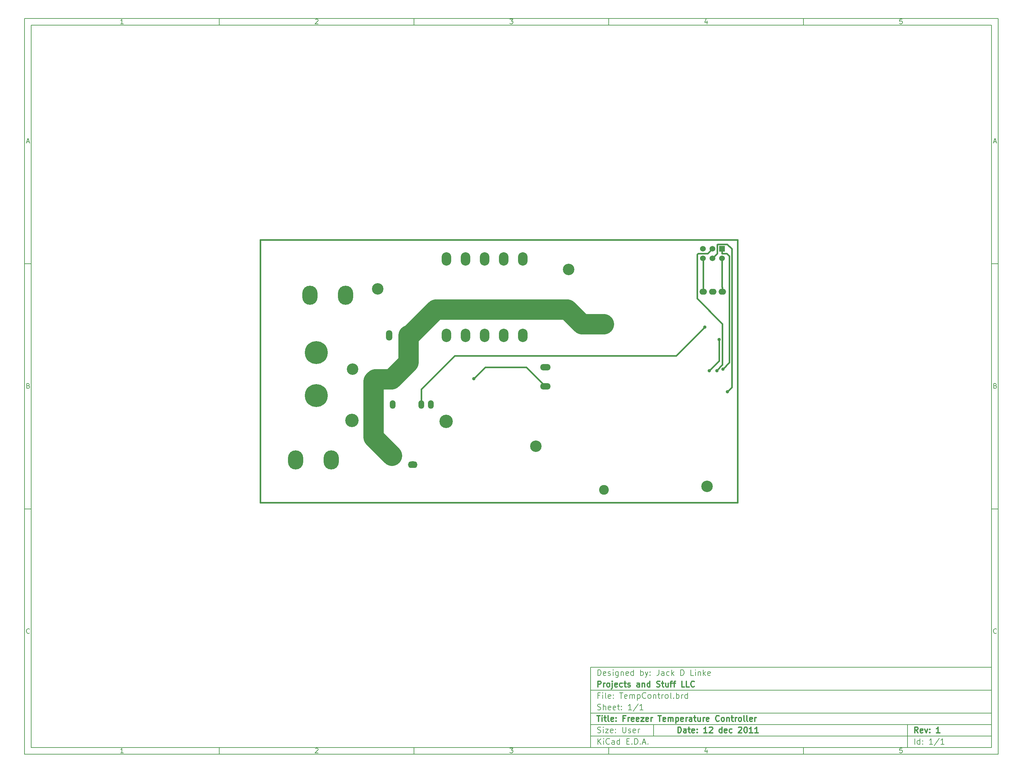
<source format=gbl>
G04 (created by PCBNEW-RS274X (2011-07-08 BZR 3044)-stable) date 12/12/2011 9:59:01 PM*
G01*
G70*
G90*
%MOIN*%
G04 Gerber Fmt 3.4, Leading zero omitted, Abs format*
%FSLAX34Y34*%
G04 APERTURE LIST*
%ADD10C,0.006000*%
%ADD11C,0.012000*%
%ADD12C,0.015000*%
%ADD13R,0.060000X0.060000*%
%ADD14C,0.060000*%
%ADD15C,0.102400*%
%ADD16O,0.100000X0.070000*%
%ADD17O,0.160000X0.200000*%
%ADD18O,0.066900X0.110200*%
%ADD19O,0.110200X0.066900*%
%ADD20C,0.140000*%
%ADD21O,0.060000X0.090000*%
%ADD22O,0.080000X0.060000*%
%ADD23C,0.120000*%
%ADD24O,0.100000X0.140000*%
%ADD25C,0.240000*%
%ADD26C,0.035000*%
%ADD27C,0.016000*%
%ADD28C,0.214600*%
G04 APERTURE END LIST*
G54D10*
X04000Y-04000D02*
X106000Y-04000D01*
X106000Y-81000D01*
X04000Y-81000D01*
X04000Y-04000D01*
X04700Y-04700D02*
X105300Y-04700D01*
X105300Y-80300D01*
X04700Y-80300D01*
X04700Y-04700D01*
X24400Y-04000D02*
X24400Y-04700D01*
X14343Y-04552D02*
X14057Y-04552D01*
X14200Y-04552D02*
X14200Y-04052D01*
X14152Y-04124D01*
X14105Y-04171D01*
X14057Y-04195D01*
X24400Y-81000D02*
X24400Y-80300D01*
X14343Y-80852D02*
X14057Y-80852D01*
X14200Y-80852D02*
X14200Y-80352D01*
X14152Y-80424D01*
X14105Y-80471D01*
X14057Y-80495D01*
X44800Y-04000D02*
X44800Y-04700D01*
X34457Y-04100D02*
X34481Y-04076D01*
X34529Y-04052D01*
X34648Y-04052D01*
X34695Y-04076D01*
X34719Y-04100D01*
X34743Y-04148D01*
X34743Y-04195D01*
X34719Y-04267D01*
X34433Y-04552D01*
X34743Y-04552D01*
X44800Y-81000D02*
X44800Y-80300D01*
X34457Y-80400D02*
X34481Y-80376D01*
X34529Y-80352D01*
X34648Y-80352D01*
X34695Y-80376D01*
X34719Y-80400D01*
X34743Y-80448D01*
X34743Y-80495D01*
X34719Y-80567D01*
X34433Y-80852D01*
X34743Y-80852D01*
X65200Y-04000D02*
X65200Y-04700D01*
X54833Y-04052D02*
X55143Y-04052D01*
X54976Y-04243D01*
X55048Y-04243D01*
X55095Y-04267D01*
X55119Y-04290D01*
X55143Y-04338D01*
X55143Y-04457D01*
X55119Y-04505D01*
X55095Y-04529D01*
X55048Y-04552D01*
X54905Y-04552D01*
X54857Y-04529D01*
X54833Y-04505D01*
X65200Y-81000D02*
X65200Y-80300D01*
X54833Y-80352D02*
X55143Y-80352D01*
X54976Y-80543D01*
X55048Y-80543D01*
X55095Y-80567D01*
X55119Y-80590D01*
X55143Y-80638D01*
X55143Y-80757D01*
X55119Y-80805D01*
X55095Y-80829D01*
X55048Y-80852D01*
X54905Y-80852D01*
X54857Y-80829D01*
X54833Y-80805D01*
X85600Y-04000D02*
X85600Y-04700D01*
X75495Y-04219D02*
X75495Y-04552D01*
X75376Y-04029D02*
X75257Y-04386D01*
X75567Y-04386D01*
X85600Y-81000D02*
X85600Y-80300D01*
X75495Y-80519D02*
X75495Y-80852D01*
X75376Y-80329D02*
X75257Y-80686D01*
X75567Y-80686D01*
X95919Y-04052D02*
X95681Y-04052D01*
X95657Y-04290D01*
X95681Y-04267D01*
X95729Y-04243D01*
X95848Y-04243D01*
X95895Y-04267D01*
X95919Y-04290D01*
X95943Y-04338D01*
X95943Y-04457D01*
X95919Y-04505D01*
X95895Y-04529D01*
X95848Y-04552D01*
X95729Y-04552D01*
X95681Y-04529D01*
X95657Y-04505D01*
X95919Y-80352D02*
X95681Y-80352D01*
X95657Y-80590D01*
X95681Y-80567D01*
X95729Y-80543D01*
X95848Y-80543D01*
X95895Y-80567D01*
X95919Y-80590D01*
X95943Y-80638D01*
X95943Y-80757D01*
X95919Y-80805D01*
X95895Y-80829D01*
X95848Y-80852D01*
X95729Y-80852D01*
X95681Y-80829D01*
X95657Y-80805D01*
X04000Y-29660D02*
X04700Y-29660D01*
X04231Y-16890D02*
X04469Y-16890D01*
X04184Y-17032D02*
X04350Y-16532D01*
X04517Y-17032D01*
X106000Y-29660D02*
X105300Y-29660D01*
X105531Y-16890D02*
X105769Y-16890D01*
X105484Y-17032D02*
X105650Y-16532D01*
X105817Y-17032D01*
X04000Y-55320D02*
X04700Y-55320D01*
X04386Y-42430D02*
X04457Y-42454D01*
X04481Y-42478D01*
X04505Y-42526D01*
X04505Y-42597D01*
X04481Y-42645D01*
X04457Y-42669D01*
X04410Y-42692D01*
X04219Y-42692D01*
X04219Y-42192D01*
X04386Y-42192D01*
X04433Y-42216D01*
X04457Y-42240D01*
X04481Y-42288D01*
X04481Y-42335D01*
X04457Y-42383D01*
X04433Y-42407D01*
X04386Y-42430D01*
X04219Y-42430D01*
X106000Y-55320D02*
X105300Y-55320D01*
X105686Y-42430D02*
X105757Y-42454D01*
X105781Y-42478D01*
X105805Y-42526D01*
X105805Y-42597D01*
X105781Y-42645D01*
X105757Y-42669D01*
X105710Y-42692D01*
X105519Y-42692D01*
X105519Y-42192D01*
X105686Y-42192D01*
X105733Y-42216D01*
X105757Y-42240D01*
X105781Y-42288D01*
X105781Y-42335D01*
X105757Y-42383D01*
X105733Y-42407D01*
X105686Y-42430D01*
X105519Y-42430D01*
X04505Y-68305D02*
X04481Y-68329D01*
X04410Y-68352D01*
X04362Y-68352D01*
X04290Y-68329D01*
X04243Y-68281D01*
X04219Y-68233D01*
X04195Y-68138D01*
X04195Y-68067D01*
X04219Y-67971D01*
X04243Y-67924D01*
X04290Y-67876D01*
X04362Y-67852D01*
X04410Y-67852D01*
X04481Y-67876D01*
X04505Y-67900D01*
X105805Y-68305D02*
X105781Y-68329D01*
X105710Y-68352D01*
X105662Y-68352D01*
X105590Y-68329D01*
X105543Y-68281D01*
X105519Y-68233D01*
X105495Y-68138D01*
X105495Y-68067D01*
X105519Y-67971D01*
X105543Y-67924D01*
X105590Y-67876D01*
X105662Y-67852D01*
X105710Y-67852D01*
X105781Y-67876D01*
X105805Y-67900D01*
G54D11*
X72443Y-78743D02*
X72443Y-78143D01*
X72586Y-78143D01*
X72671Y-78171D01*
X72729Y-78229D01*
X72757Y-78286D01*
X72786Y-78400D01*
X72786Y-78486D01*
X72757Y-78600D01*
X72729Y-78657D01*
X72671Y-78714D01*
X72586Y-78743D01*
X72443Y-78743D01*
X73300Y-78743D02*
X73300Y-78429D01*
X73271Y-78371D01*
X73214Y-78343D01*
X73100Y-78343D01*
X73043Y-78371D01*
X73300Y-78714D02*
X73243Y-78743D01*
X73100Y-78743D01*
X73043Y-78714D01*
X73014Y-78657D01*
X73014Y-78600D01*
X73043Y-78543D01*
X73100Y-78514D01*
X73243Y-78514D01*
X73300Y-78486D01*
X73500Y-78343D02*
X73729Y-78343D01*
X73586Y-78143D02*
X73586Y-78657D01*
X73614Y-78714D01*
X73672Y-78743D01*
X73729Y-78743D01*
X74157Y-78714D02*
X74100Y-78743D01*
X73986Y-78743D01*
X73929Y-78714D01*
X73900Y-78657D01*
X73900Y-78429D01*
X73929Y-78371D01*
X73986Y-78343D01*
X74100Y-78343D01*
X74157Y-78371D01*
X74186Y-78429D01*
X74186Y-78486D01*
X73900Y-78543D01*
X74443Y-78686D02*
X74471Y-78714D01*
X74443Y-78743D01*
X74414Y-78714D01*
X74443Y-78686D01*
X74443Y-78743D01*
X74443Y-78371D02*
X74471Y-78400D01*
X74443Y-78429D01*
X74414Y-78400D01*
X74443Y-78371D01*
X74443Y-78429D01*
X75500Y-78743D02*
X75157Y-78743D01*
X75329Y-78743D02*
X75329Y-78143D01*
X75272Y-78229D01*
X75214Y-78286D01*
X75157Y-78314D01*
X75728Y-78200D02*
X75757Y-78171D01*
X75814Y-78143D01*
X75957Y-78143D01*
X76014Y-78171D01*
X76043Y-78200D01*
X76071Y-78257D01*
X76071Y-78314D01*
X76043Y-78400D01*
X75700Y-78743D01*
X76071Y-78743D01*
X77042Y-78743D02*
X77042Y-78143D01*
X77042Y-78714D02*
X76985Y-78743D01*
X76871Y-78743D01*
X76813Y-78714D01*
X76785Y-78686D01*
X76756Y-78629D01*
X76756Y-78457D01*
X76785Y-78400D01*
X76813Y-78371D01*
X76871Y-78343D01*
X76985Y-78343D01*
X77042Y-78371D01*
X77556Y-78714D02*
X77499Y-78743D01*
X77385Y-78743D01*
X77328Y-78714D01*
X77299Y-78657D01*
X77299Y-78429D01*
X77328Y-78371D01*
X77385Y-78343D01*
X77499Y-78343D01*
X77556Y-78371D01*
X77585Y-78429D01*
X77585Y-78486D01*
X77299Y-78543D01*
X78099Y-78714D02*
X78042Y-78743D01*
X77928Y-78743D01*
X77870Y-78714D01*
X77842Y-78686D01*
X77813Y-78629D01*
X77813Y-78457D01*
X77842Y-78400D01*
X77870Y-78371D01*
X77928Y-78343D01*
X78042Y-78343D01*
X78099Y-78371D01*
X78784Y-78200D02*
X78813Y-78171D01*
X78870Y-78143D01*
X79013Y-78143D01*
X79070Y-78171D01*
X79099Y-78200D01*
X79127Y-78257D01*
X79127Y-78314D01*
X79099Y-78400D01*
X78756Y-78743D01*
X79127Y-78743D01*
X79498Y-78143D02*
X79555Y-78143D01*
X79612Y-78171D01*
X79641Y-78200D01*
X79670Y-78257D01*
X79698Y-78371D01*
X79698Y-78514D01*
X79670Y-78629D01*
X79641Y-78686D01*
X79612Y-78714D01*
X79555Y-78743D01*
X79498Y-78743D01*
X79441Y-78714D01*
X79412Y-78686D01*
X79384Y-78629D01*
X79355Y-78514D01*
X79355Y-78371D01*
X79384Y-78257D01*
X79412Y-78200D01*
X79441Y-78171D01*
X79498Y-78143D01*
X80269Y-78743D02*
X79926Y-78743D01*
X80098Y-78743D02*
X80098Y-78143D01*
X80041Y-78229D01*
X79983Y-78286D01*
X79926Y-78314D01*
X80840Y-78743D02*
X80497Y-78743D01*
X80669Y-78743D02*
X80669Y-78143D01*
X80612Y-78229D01*
X80554Y-78286D01*
X80497Y-78314D01*
G54D10*
X64043Y-79943D02*
X64043Y-79343D01*
X64386Y-79943D02*
X64129Y-79600D01*
X64386Y-79343D02*
X64043Y-79686D01*
X64643Y-79943D02*
X64643Y-79543D01*
X64643Y-79343D02*
X64614Y-79371D01*
X64643Y-79400D01*
X64671Y-79371D01*
X64643Y-79343D01*
X64643Y-79400D01*
X65272Y-79886D02*
X65243Y-79914D01*
X65157Y-79943D01*
X65100Y-79943D01*
X65015Y-79914D01*
X64957Y-79857D01*
X64929Y-79800D01*
X64900Y-79686D01*
X64900Y-79600D01*
X64929Y-79486D01*
X64957Y-79429D01*
X65015Y-79371D01*
X65100Y-79343D01*
X65157Y-79343D01*
X65243Y-79371D01*
X65272Y-79400D01*
X65786Y-79943D02*
X65786Y-79629D01*
X65757Y-79571D01*
X65700Y-79543D01*
X65586Y-79543D01*
X65529Y-79571D01*
X65786Y-79914D02*
X65729Y-79943D01*
X65586Y-79943D01*
X65529Y-79914D01*
X65500Y-79857D01*
X65500Y-79800D01*
X65529Y-79743D01*
X65586Y-79714D01*
X65729Y-79714D01*
X65786Y-79686D01*
X66329Y-79943D02*
X66329Y-79343D01*
X66329Y-79914D02*
X66272Y-79943D01*
X66158Y-79943D01*
X66100Y-79914D01*
X66072Y-79886D01*
X66043Y-79829D01*
X66043Y-79657D01*
X66072Y-79600D01*
X66100Y-79571D01*
X66158Y-79543D01*
X66272Y-79543D01*
X66329Y-79571D01*
X67072Y-79629D02*
X67272Y-79629D01*
X67358Y-79943D02*
X67072Y-79943D01*
X67072Y-79343D01*
X67358Y-79343D01*
X67615Y-79886D02*
X67643Y-79914D01*
X67615Y-79943D01*
X67586Y-79914D01*
X67615Y-79886D01*
X67615Y-79943D01*
X67901Y-79943D02*
X67901Y-79343D01*
X68044Y-79343D01*
X68129Y-79371D01*
X68187Y-79429D01*
X68215Y-79486D01*
X68244Y-79600D01*
X68244Y-79686D01*
X68215Y-79800D01*
X68187Y-79857D01*
X68129Y-79914D01*
X68044Y-79943D01*
X67901Y-79943D01*
X68501Y-79886D02*
X68529Y-79914D01*
X68501Y-79943D01*
X68472Y-79914D01*
X68501Y-79886D01*
X68501Y-79943D01*
X68758Y-79771D02*
X69044Y-79771D01*
X68701Y-79943D02*
X68901Y-79343D01*
X69101Y-79943D01*
X69301Y-79886D02*
X69329Y-79914D01*
X69301Y-79943D01*
X69272Y-79914D01*
X69301Y-79886D01*
X69301Y-79943D01*
G54D11*
X97586Y-78743D02*
X97386Y-78457D01*
X97243Y-78743D02*
X97243Y-78143D01*
X97471Y-78143D01*
X97529Y-78171D01*
X97557Y-78200D01*
X97586Y-78257D01*
X97586Y-78343D01*
X97557Y-78400D01*
X97529Y-78429D01*
X97471Y-78457D01*
X97243Y-78457D01*
X98071Y-78714D02*
X98014Y-78743D01*
X97900Y-78743D01*
X97843Y-78714D01*
X97814Y-78657D01*
X97814Y-78429D01*
X97843Y-78371D01*
X97900Y-78343D01*
X98014Y-78343D01*
X98071Y-78371D01*
X98100Y-78429D01*
X98100Y-78486D01*
X97814Y-78543D01*
X98300Y-78343D02*
X98443Y-78743D01*
X98585Y-78343D01*
X98814Y-78686D02*
X98842Y-78714D01*
X98814Y-78743D01*
X98785Y-78714D01*
X98814Y-78686D01*
X98814Y-78743D01*
X98814Y-78371D02*
X98842Y-78400D01*
X98814Y-78429D01*
X98785Y-78400D01*
X98814Y-78371D01*
X98814Y-78429D01*
X99871Y-78743D02*
X99528Y-78743D01*
X99700Y-78743D02*
X99700Y-78143D01*
X99643Y-78229D01*
X99585Y-78286D01*
X99528Y-78314D01*
G54D10*
X64014Y-78714D02*
X64100Y-78743D01*
X64243Y-78743D01*
X64300Y-78714D01*
X64329Y-78686D01*
X64357Y-78629D01*
X64357Y-78571D01*
X64329Y-78514D01*
X64300Y-78486D01*
X64243Y-78457D01*
X64129Y-78429D01*
X64071Y-78400D01*
X64043Y-78371D01*
X64014Y-78314D01*
X64014Y-78257D01*
X64043Y-78200D01*
X64071Y-78171D01*
X64129Y-78143D01*
X64271Y-78143D01*
X64357Y-78171D01*
X64614Y-78743D02*
X64614Y-78343D01*
X64614Y-78143D02*
X64585Y-78171D01*
X64614Y-78200D01*
X64642Y-78171D01*
X64614Y-78143D01*
X64614Y-78200D01*
X64843Y-78343D02*
X65157Y-78343D01*
X64843Y-78743D01*
X65157Y-78743D01*
X65614Y-78714D02*
X65557Y-78743D01*
X65443Y-78743D01*
X65386Y-78714D01*
X65357Y-78657D01*
X65357Y-78429D01*
X65386Y-78371D01*
X65443Y-78343D01*
X65557Y-78343D01*
X65614Y-78371D01*
X65643Y-78429D01*
X65643Y-78486D01*
X65357Y-78543D01*
X65900Y-78686D02*
X65928Y-78714D01*
X65900Y-78743D01*
X65871Y-78714D01*
X65900Y-78686D01*
X65900Y-78743D01*
X65900Y-78371D02*
X65928Y-78400D01*
X65900Y-78429D01*
X65871Y-78400D01*
X65900Y-78371D01*
X65900Y-78429D01*
X66643Y-78143D02*
X66643Y-78629D01*
X66671Y-78686D01*
X66700Y-78714D01*
X66757Y-78743D01*
X66871Y-78743D01*
X66929Y-78714D01*
X66957Y-78686D01*
X66986Y-78629D01*
X66986Y-78143D01*
X67243Y-78714D02*
X67300Y-78743D01*
X67415Y-78743D01*
X67472Y-78714D01*
X67500Y-78657D01*
X67500Y-78629D01*
X67472Y-78571D01*
X67415Y-78543D01*
X67329Y-78543D01*
X67272Y-78514D01*
X67243Y-78457D01*
X67243Y-78429D01*
X67272Y-78371D01*
X67329Y-78343D01*
X67415Y-78343D01*
X67472Y-78371D01*
X67986Y-78714D02*
X67929Y-78743D01*
X67815Y-78743D01*
X67758Y-78714D01*
X67729Y-78657D01*
X67729Y-78429D01*
X67758Y-78371D01*
X67815Y-78343D01*
X67929Y-78343D01*
X67986Y-78371D01*
X68015Y-78429D01*
X68015Y-78486D01*
X67729Y-78543D01*
X68272Y-78743D02*
X68272Y-78343D01*
X68272Y-78457D02*
X68300Y-78400D01*
X68329Y-78371D01*
X68386Y-78343D01*
X68443Y-78343D01*
X97243Y-79943D02*
X97243Y-79343D01*
X97786Y-79943D02*
X97786Y-79343D01*
X97786Y-79914D02*
X97729Y-79943D01*
X97615Y-79943D01*
X97557Y-79914D01*
X97529Y-79886D01*
X97500Y-79829D01*
X97500Y-79657D01*
X97529Y-79600D01*
X97557Y-79571D01*
X97615Y-79543D01*
X97729Y-79543D01*
X97786Y-79571D01*
X98072Y-79886D02*
X98100Y-79914D01*
X98072Y-79943D01*
X98043Y-79914D01*
X98072Y-79886D01*
X98072Y-79943D01*
X98072Y-79571D02*
X98100Y-79600D01*
X98072Y-79629D01*
X98043Y-79600D01*
X98072Y-79571D01*
X98072Y-79629D01*
X99129Y-79943D02*
X98786Y-79943D01*
X98958Y-79943D02*
X98958Y-79343D01*
X98901Y-79429D01*
X98843Y-79486D01*
X98786Y-79514D01*
X99814Y-79314D02*
X99300Y-80086D01*
X100329Y-79943D02*
X99986Y-79943D01*
X100158Y-79943D02*
X100158Y-79343D01*
X100101Y-79429D01*
X100043Y-79486D01*
X99986Y-79514D01*
G54D11*
X63957Y-76943D02*
X64300Y-76943D01*
X64129Y-77543D02*
X64129Y-76943D01*
X64500Y-77543D02*
X64500Y-77143D01*
X64500Y-76943D02*
X64471Y-76971D01*
X64500Y-77000D01*
X64528Y-76971D01*
X64500Y-76943D01*
X64500Y-77000D01*
X64700Y-77143D02*
X64929Y-77143D01*
X64786Y-76943D02*
X64786Y-77457D01*
X64814Y-77514D01*
X64872Y-77543D01*
X64929Y-77543D01*
X65215Y-77543D02*
X65157Y-77514D01*
X65129Y-77457D01*
X65129Y-76943D01*
X65671Y-77514D02*
X65614Y-77543D01*
X65500Y-77543D01*
X65443Y-77514D01*
X65414Y-77457D01*
X65414Y-77229D01*
X65443Y-77171D01*
X65500Y-77143D01*
X65614Y-77143D01*
X65671Y-77171D01*
X65700Y-77229D01*
X65700Y-77286D01*
X65414Y-77343D01*
X65957Y-77486D02*
X65985Y-77514D01*
X65957Y-77543D01*
X65928Y-77514D01*
X65957Y-77486D01*
X65957Y-77543D01*
X65957Y-77171D02*
X65985Y-77200D01*
X65957Y-77229D01*
X65928Y-77200D01*
X65957Y-77171D01*
X65957Y-77229D01*
X66900Y-77229D02*
X66700Y-77229D01*
X66700Y-77543D02*
X66700Y-76943D01*
X66986Y-76943D01*
X67214Y-77543D02*
X67214Y-77143D01*
X67214Y-77257D02*
X67242Y-77200D01*
X67271Y-77171D01*
X67328Y-77143D01*
X67385Y-77143D01*
X67813Y-77514D02*
X67756Y-77543D01*
X67642Y-77543D01*
X67585Y-77514D01*
X67556Y-77457D01*
X67556Y-77229D01*
X67585Y-77171D01*
X67642Y-77143D01*
X67756Y-77143D01*
X67813Y-77171D01*
X67842Y-77229D01*
X67842Y-77286D01*
X67556Y-77343D01*
X68327Y-77514D02*
X68270Y-77543D01*
X68156Y-77543D01*
X68099Y-77514D01*
X68070Y-77457D01*
X68070Y-77229D01*
X68099Y-77171D01*
X68156Y-77143D01*
X68270Y-77143D01*
X68327Y-77171D01*
X68356Y-77229D01*
X68356Y-77286D01*
X68070Y-77343D01*
X68556Y-77143D02*
X68870Y-77143D01*
X68556Y-77543D01*
X68870Y-77543D01*
X69327Y-77514D02*
X69270Y-77543D01*
X69156Y-77543D01*
X69099Y-77514D01*
X69070Y-77457D01*
X69070Y-77229D01*
X69099Y-77171D01*
X69156Y-77143D01*
X69270Y-77143D01*
X69327Y-77171D01*
X69356Y-77229D01*
X69356Y-77286D01*
X69070Y-77343D01*
X69613Y-77543D02*
X69613Y-77143D01*
X69613Y-77257D02*
X69641Y-77200D01*
X69670Y-77171D01*
X69727Y-77143D01*
X69784Y-77143D01*
X70355Y-76943D02*
X70698Y-76943D01*
X70527Y-77543D02*
X70527Y-76943D01*
X71126Y-77514D02*
X71069Y-77543D01*
X70955Y-77543D01*
X70898Y-77514D01*
X70869Y-77457D01*
X70869Y-77229D01*
X70898Y-77171D01*
X70955Y-77143D01*
X71069Y-77143D01*
X71126Y-77171D01*
X71155Y-77229D01*
X71155Y-77286D01*
X70869Y-77343D01*
X71412Y-77543D02*
X71412Y-77143D01*
X71412Y-77200D02*
X71440Y-77171D01*
X71498Y-77143D01*
X71583Y-77143D01*
X71640Y-77171D01*
X71669Y-77229D01*
X71669Y-77543D01*
X71669Y-77229D02*
X71698Y-77171D01*
X71755Y-77143D01*
X71840Y-77143D01*
X71898Y-77171D01*
X71926Y-77229D01*
X71926Y-77543D01*
X72212Y-77143D02*
X72212Y-77743D01*
X72212Y-77171D02*
X72269Y-77143D01*
X72383Y-77143D01*
X72440Y-77171D01*
X72469Y-77200D01*
X72498Y-77257D01*
X72498Y-77429D01*
X72469Y-77486D01*
X72440Y-77514D01*
X72383Y-77543D01*
X72269Y-77543D01*
X72212Y-77514D01*
X72983Y-77514D02*
X72926Y-77543D01*
X72812Y-77543D01*
X72755Y-77514D01*
X72726Y-77457D01*
X72726Y-77229D01*
X72755Y-77171D01*
X72812Y-77143D01*
X72926Y-77143D01*
X72983Y-77171D01*
X73012Y-77229D01*
X73012Y-77286D01*
X72726Y-77343D01*
X73269Y-77543D02*
X73269Y-77143D01*
X73269Y-77257D02*
X73297Y-77200D01*
X73326Y-77171D01*
X73383Y-77143D01*
X73440Y-77143D01*
X73897Y-77543D02*
X73897Y-77229D01*
X73868Y-77171D01*
X73811Y-77143D01*
X73697Y-77143D01*
X73640Y-77171D01*
X73897Y-77514D02*
X73840Y-77543D01*
X73697Y-77543D01*
X73640Y-77514D01*
X73611Y-77457D01*
X73611Y-77400D01*
X73640Y-77343D01*
X73697Y-77314D01*
X73840Y-77314D01*
X73897Y-77286D01*
X74097Y-77143D02*
X74326Y-77143D01*
X74183Y-76943D02*
X74183Y-77457D01*
X74211Y-77514D01*
X74269Y-77543D01*
X74326Y-77543D01*
X74783Y-77143D02*
X74783Y-77543D01*
X74526Y-77143D02*
X74526Y-77457D01*
X74554Y-77514D01*
X74612Y-77543D01*
X74697Y-77543D01*
X74754Y-77514D01*
X74783Y-77486D01*
X75069Y-77543D02*
X75069Y-77143D01*
X75069Y-77257D02*
X75097Y-77200D01*
X75126Y-77171D01*
X75183Y-77143D01*
X75240Y-77143D01*
X75668Y-77514D02*
X75611Y-77543D01*
X75497Y-77543D01*
X75440Y-77514D01*
X75411Y-77457D01*
X75411Y-77229D01*
X75440Y-77171D01*
X75497Y-77143D01*
X75611Y-77143D01*
X75668Y-77171D01*
X75697Y-77229D01*
X75697Y-77286D01*
X75411Y-77343D01*
X76754Y-77486D02*
X76725Y-77514D01*
X76639Y-77543D01*
X76582Y-77543D01*
X76497Y-77514D01*
X76439Y-77457D01*
X76411Y-77400D01*
X76382Y-77286D01*
X76382Y-77200D01*
X76411Y-77086D01*
X76439Y-77029D01*
X76497Y-76971D01*
X76582Y-76943D01*
X76639Y-76943D01*
X76725Y-76971D01*
X76754Y-77000D01*
X77097Y-77543D02*
X77039Y-77514D01*
X77011Y-77486D01*
X76982Y-77429D01*
X76982Y-77257D01*
X77011Y-77200D01*
X77039Y-77171D01*
X77097Y-77143D01*
X77182Y-77143D01*
X77239Y-77171D01*
X77268Y-77200D01*
X77297Y-77257D01*
X77297Y-77429D01*
X77268Y-77486D01*
X77239Y-77514D01*
X77182Y-77543D01*
X77097Y-77543D01*
X77554Y-77143D02*
X77554Y-77543D01*
X77554Y-77200D02*
X77582Y-77171D01*
X77640Y-77143D01*
X77725Y-77143D01*
X77782Y-77171D01*
X77811Y-77229D01*
X77811Y-77543D01*
X78011Y-77143D02*
X78240Y-77143D01*
X78097Y-76943D02*
X78097Y-77457D01*
X78125Y-77514D01*
X78183Y-77543D01*
X78240Y-77543D01*
X78440Y-77543D02*
X78440Y-77143D01*
X78440Y-77257D02*
X78468Y-77200D01*
X78497Y-77171D01*
X78554Y-77143D01*
X78611Y-77143D01*
X78897Y-77543D02*
X78839Y-77514D01*
X78811Y-77486D01*
X78782Y-77429D01*
X78782Y-77257D01*
X78811Y-77200D01*
X78839Y-77171D01*
X78897Y-77143D01*
X78982Y-77143D01*
X79039Y-77171D01*
X79068Y-77200D01*
X79097Y-77257D01*
X79097Y-77429D01*
X79068Y-77486D01*
X79039Y-77514D01*
X78982Y-77543D01*
X78897Y-77543D01*
X79440Y-77543D02*
X79382Y-77514D01*
X79354Y-77457D01*
X79354Y-76943D01*
X79754Y-77543D02*
X79696Y-77514D01*
X79668Y-77457D01*
X79668Y-76943D01*
X80210Y-77514D02*
X80153Y-77543D01*
X80039Y-77543D01*
X79982Y-77514D01*
X79953Y-77457D01*
X79953Y-77229D01*
X79982Y-77171D01*
X80039Y-77143D01*
X80153Y-77143D01*
X80210Y-77171D01*
X80239Y-77229D01*
X80239Y-77286D01*
X79953Y-77343D01*
X80496Y-77543D02*
X80496Y-77143D01*
X80496Y-77257D02*
X80524Y-77200D01*
X80553Y-77171D01*
X80610Y-77143D01*
X80667Y-77143D01*
G54D10*
X64243Y-74829D02*
X64043Y-74829D01*
X64043Y-75143D02*
X64043Y-74543D01*
X64329Y-74543D01*
X64557Y-75143D02*
X64557Y-74743D01*
X64557Y-74543D02*
X64528Y-74571D01*
X64557Y-74600D01*
X64585Y-74571D01*
X64557Y-74543D01*
X64557Y-74600D01*
X64929Y-75143D02*
X64871Y-75114D01*
X64843Y-75057D01*
X64843Y-74543D01*
X65385Y-75114D02*
X65328Y-75143D01*
X65214Y-75143D01*
X65157Y-75114D01*
X65128Y-75057D01*
X65128Y-74829D01*
X65157Y-74771D01*
X65214Y-74743D01*
X65328Y-74743D01*
X65385Y-74771D01*
X65414Y-74829D01*
X65414Y-74886D01*
X65128Y-74943D01*
X65671Y-75086D02*
X65699Y-75114D01*
X65671Y-75143D01*
X65642Y-75114D01*
X65671Y-75086D01*
X65671Y-75143D01*
X65671Y-74771D02*
X65699Y-74800D01*
X65671Y-74829D01*
X65642Y-74800D01*
X65671Y-74771D01*
X65671Y-74829D01*
X66328Y-74543D02*
X66671Y-74543D01*
X66500Y-75143D02*
X66500Y-74543D01*
X67099Y-75114D02*
X67042Y-75143D01*
X66928Y-75143D01*
X66871Y-75114D01*
X66842Y-75057D01*
X66842Y-74829D01*
X66871Y-74771D01*
X66928Y-74743D01*
X67042Y-74743D01*
X67099Y-74771D01*
X67128Y-74829D01*
X67128Y-74886D01*
X66842Y-74943D01*
X67385Y-75143D02*
X67385Y-74743D01*
X67385Y-74800D02*
X67413Y-74771D01*
X67471Y-74743D01*
X67556Y-74743D01*
X67613Y-74771D01*
X67642Y-74829D01*
X67642Y-75143D01*
X67642Y-74829D02*
X67671Y-74771D01*
X67728Y-74743D01*
X67813Y-74743D01*
X67871Y-74771D01*
X67899Y-74829D01*
X67899Y-75143D01*
X68185Y-74743D02*
X68185Y-75343D01*
X68185Y-74771D02*
X68242Y-74743D01*
X68356Y-74743D01*
X68413Y-74771D01*
X68442Y-74800D01*
X68471Y-74857D01*
X68471Y-75029D01*
X68442Y-75086D01*
X68413Y-75114D01*
X68356Y-75143D01*
X68242Y-75143D01*
X68185Y-75114D01*
X69071Y-75086D02*
X69042Y-75114D01*
X68956Y-75143D01*
X68899Y-75143D01*
X68814Y-75114D01*
X68756Y-75057D01*
X68728Y-75000D01*
X68699Y-74886D01*
X68699Y-74800D01*
X68728Y-74686D01*
X68756Y-74629D01*
X68814Y-74571D01*
X68899Y-74543D01*
X68956Y-74543D01*
X69042Y-74571D01*
X69071Y-74600D01*
X69414Y-75143D02*
X69356Y-75114D01*
X69328Y-75086D01*
X69299Y-75029D01*
X69299Y-74857D01*
X69328Y-74800D01*
X69356Y-74771D01*
X69414Y-74743D01*
X69499Y-74743D01*
X69556Y-74771D01*
X69585Y-74800D01*
X69614Y-74857D01*
X69614Y-75029D01*
X69585Y-75086D01*
X69556Y-75114D01*
X69499Y-75143D01*
X69414Y-75143D01*
X69871Y-74743D02*
X69871Y-75143D01*
X69871Y-74800D02*
X69899Y-74771D01*
X69957Y-74743D01*
X70042Y-74743D01*
X70099Y-74771D01*
X70128Y-74829D01*
X70128Y-75143D01*
X70328Y-74743D02*
X70557Y-74743D01*
X70414Y-74543D02*
X70414Y-75057D01*
X70442Y-75114D01*
X70500Y-75143D01*
X70557Y-75143D01*
X70757Y-75143D02*
X70757Y-74743D01*
X70757Y-74857D02*
X70785Y-74800D01*
X70814Y-74771D01*
X70871Y-74743D01*
X70928Y-74743D01*
X71214Y-75143D02*
X71156Y-75114D01*
X71128Y-75086D01*
X71099Y-75029D01*
X71099Y-74857D01*
X71128Y-74800D01*
X71156Y-74771D01*
X71214Y-74743D01*
X71299Y-74743D01*
X71356Y-74771D01*
X71385Y-74800D01*
X71414Y-74857D01*
X71414Y-75029D01*
X71385Y-75086D01*
X71356Y-75114D01*
X71299Y-75143D01*
X71214Y-75143D01*
X71757Y-75143D02*
X71699Y-75114D01*
X71671Y-75057D01*
X71671Y-74543D01*
X71985Y-75086D02*
X72013Y-75114D01*
X71985Y-75143D01*
X71956Y-75114D01*
X71985Y-75086D01*
X71985Y-75143D01*
X72271Y-75143D02*
X72271Y-74543D01*
X72271Y-74771D02*
X72328Y-74743D01*
X72442Y-74743D01*
X72499Y-74771D01*
X72528Y-74800D01*
X72557Y-74857D01*
X72557Y-75029D01*
X72528Y-75086D01*
X72499Y-75114D01*
X72442Y-75143D01*
X72328Y-75143D01*
X72271Y-75114D01*
X72814Y-75143D02*
X72814Y-74743D01*
X72814Y-74857D02*
X72842Y-74800D01*
X72871Y-74771D01*
X72928Y-74743D01*
X72985Y-74743D01*
X73442Y-75143D02*
X73442Y-74543D01*
X73442Y-75114D02*
X73385Y-75143D01*
X73271Y-75143D01*
X73213Y-75114D01*
X73185Y-75086D01*
X73156Y-75029D01*
X73156Y-74857D01*
X73185Y-74800D01*
X73213Y-74771D01*
X73271Y-74743D01*
X73385Y-74743D01*
X73442Y-74771D01*
X64014Y-76314D02*
X64100Y-76343D01*
X64243Y-76343D01*
X64300Y-76314D01*
X64329Y-76286D01*
X64357Y-76229D01*
X64357Y-76171D01*
X64329Y-76114D01*
X64300Y-76086D01*
X64243Y-76057D01*
X64129Y-76029D01*
X64071Y-76000D01*
X64043Y-75971D01*
X64014Y-75914D01*
X64014Y-75857D01*
X64043Y-75800D01*
X64071Y-75771D01*
X64129Y-75743D01*
X64271Y-75743D01*
X64357Y-75771D01*
X64614Y-76343D02*
X64614Y-75743D01*
X64871Y-76343D02*
X64871Y-76029D01*
X64842Y-75971D01*
X64785Y-75943D01*
X64700Y-75943D01*
X64642Y-75971D01*
X64614Y-76000D01*
X65385Y-76314D02*
X65328Y-76343D01*
X65214Y-76343D01*
X65157Y-76314D01*
X65128Y-76257D01*
X65128Y-76029D01*
X65157Y-75971D01*
X65214Y-75943D01*
X65328Y-75943D01*
X65385Y-75971D01*
X65414Y-76029D01*
X65414Y-76086D01*
X65128Y-76143D01*
X65899Y-76314D02*
X65842Y-76343D01*
X65728Y-76343D01*
X65671Y-76314D01*
X65642Y-76257D01*
X65642Y-76029D01*
X65671Y-75971D01*
X65728Y-75943D01*
X65842Y-75943D01*
X65899Y-75971D01*
X65928Y-76029D01*
X65928Y-76086D01*
X65642Y-76143D01*
X66099Y-75943D02*
X66328Y-75943D01*
X66185Y-75743D02*
X66185Y-76257D01*
X66213Y-76314D01*
X66271Y-76343D01*
X66328Y-76343D01*
X66528Y-76286D02*
X66556Y-76314D01*
X66528Y-76343D01*
X66499Y-76314D01*
X66528Y-76286D01*
X66528Y-76343D01*
X66528Y-75971D02*
X66556Y-76000D01*
X66528Y-76029D01*
X66499Y-76000D01*
X66528Y-75971D01*
X66528Y-76029D01*
X67585Y-76343D02*
X67242Y-76343D01*
X67414Y-76343D02*
X67414Y-75743D01*
X67357Y-75829D01*
X67299Y-75886D01*
X67242Y-75914D01*
X68270Y-75714D02*
X67756Y-76486D01*
X68785Y-76343D02*
X68442Y-76343D01*
X68614Y-76343D02*
X68614Y-75743D01*
X68557Y-75829D01*
X68499Y-75886D01*
X68442Y-75914D01*
G54D11*
X64043Y-73943D02*
X64043Y-73343D01*
X64271Y-73343D01*
X64329Y-73371D01*
X64357Y-73400D01*
X64386Y-73457D01*
X64386Y-73543D01*
X64357Y-73600D01*
X64329Y-73629D01*
X64271Y-73657D01*
X64043Y-73657D01*
X64643Y-73943D02*
X64643Y-73543D01*
X64643Y-73657D02*
X64671Y-73600D01*
X64700Y-73571D01*
X64757Y-73543D01*
X64814Y-73543D01*
X65100Y-73943D02*
X65042Y-73914D01*
X65014Y-73886D01*
X64985Y-73829D01*
X64985Y-73657D01*
X65014Y-73600D01*
X65042Y-73571D01*
X65100Y-73543D01*
X65185Y-73543D01*
X65242Y-73571D01*
X65271Y-73600D01*
X65300Y-73657D01*
X65300Y-73829D01*
X65271Y-73886D01*
X65242Y-73914D01*
X65185Y-73943D01*
X65100Y-73943D01*
X65557Y-73543D02*
X65557Y-74057D01*
X65528Y-74114D01*
X65471Y-74143D01*
X65443Y-74143D01*
X65557Y-73343D02*
X65528Y-73371D01*
X65557Y-73400D01*
X65585Y-73371D01*
X65557Y-73343D01*
X65557Y-73400D01*
X66071Y-73914D02*
X66014Y-73943D01*
X65900Y-73943D01*
X65843Y-73914D01*
X65814Y-73857D01*
X65814Y-73629D01*
X65843Y-73571D01*
X65900Y-73543D01*
X66014Y-73543D01*
X66071Y-73571D01*
X66100Y-73629D01*
X66100Y-73686D01*
X65814Y-73743D01*
X66614Y-73914D02*
X66557Y-73943D01*
X66443Y-73943D01*
X66385Y-73914D01*
X66357Y-73886D01*
X66328Y-73829D01*
X66328Y-73657D01*
X66357Y-73600D01*
X66385Y-73571D01*
X66443Y-73543D01*
X66557Y-73543D01*
X66614Y-73571D01*
X66785Y-73543D02*
X67014Y-73543D01*
X66871Y-73343D02*
X66871Y-73857D01*
X66899Y-73914D01*
X66957Y-73943D01*
X67014Y-73943D01*
X67185Y-73914D02*
X67242Y-73943D01*
X67357Y-73943D01*
X67414Y-73914D01*
X67442Y-73857D01*
X67442Y-73829D01*
X67414Y-73771D01*
X67357Y-73743D01*
X67271Y-73743D01*
X67214Y-73714D01*
X67185Y-73657D01*
X67185Y-73629D01*
X67214Y-73571D01*
X67271Y-73543D01*
X67357Y-73543D01*
X67414Y-73571D01*
X68414Y-73943D02*
X68414Y-73629D01*
X68385Y-73571D01*
X68328Y-73543D01*
X68214Y-73543D01*
X68157Y-73571D01*
X68414Y-73914D02*
X68357Y-73943D01*
X68214Y-73943D01*
X68157Y-73914D01*
X68128Y-73857D01*
X68128Y-73800D01*
X68157Y-73743D01*
X68214Y-73714D01*
X68357Y-73714D01*
X68414Y-73686D01*
X68700Y-73543D02*
X68700Y-73943D01*
X68700Y-73600D02*
X68728Y-73571D01*
X68786Y-73543D01*
X68871Y-73543D01*
X68928Y-73571D01*
X68957Y-73629D01*
X68957Y-73943D01*
X69500Y-73943D02*
X69500Y-73343D01*
X69500Y-73914D02*
X69443Y-73943D01*
X69329Y-73943D01*
X69271Y-73914D01*
X69243Y-73886D01*
X69214Y-73829D01*
X69214Y-73657D01*
X69243Y-73600D01*
X69271Y-73571D01*
X69329Y-73543D01*
X69443Y-73543D01*
X69500Y-73571D01*
X70214Y-73914D02*
X70300Y-73943D01*
X70443Y-73943D01*
X70500Y-73914D01*
X70529Y-73886D01*
X70557Y-73829D01*
X70557Y-73771D01*
X70529Y-73714D01*
X70500Y-73686D01*
X70443Y-73657D01*
X70329Y-73629D01*
X70271Y-73600D01*
X70243Y-73571D01*
X70214Y-73514D01*
X70214Y-73457D01*
X70243Y-73400D01*
X70271Y-73371D01*
X70329Y-73343D01*
X70471Y-73343D01*
X70557Y-73371D01*
X70728Y-73543D02*
X70957Y-73543D01*
X70814Y-73343D02*
X70814Y-73857D01*
X70842Y-73914D01*
X70900Y-73943D01*
X70957Y-73943D01*
X71414Y-73543D02*
X71414Y-73943D01*
X71157Y-73543D02*
X71157Y-73857D01*
X71185Y-73914D01*
X71243Y-73943D01*
X71328Y-73943D01*
X71385Y-73914D01*
X71414Y-73886D01*
X71614Y-73543D02*
X71843Y-73543D01*
X71700Y-73943D02*
X71700Y-73429D01*
X71728Y-73371D01*
X71786Y-73343D01*
X71843Y-73343D01*
X71957Y-73543D02*
X72186Y-73543D01*
X72043Y-73943D02*
X72043Y-73429D01*
X72071Y-73371D01*
X72129Y-73343D01*
X72186Y-73343D01*
X73129Y-73943D02*
X72843Y-73943D01*
X72843Y-73343D01*
X73615Y-73943D02*
X73329Y-73943D01*
X73329Y-73343D01*
X74158Y-73886D02*
X74129Y-73914D01*
X74043Y-73943D01*
X73986Y-73943D01*
X73901Y-73914D01*
X73843Y-73857D01*
X73815Y-73800D01*
X73786Y-73686D01*
X73786Y-73600D01*
X73815Y-73486D01*
X73843Y-73429D01*
X73901Y-73371D01*
X73986Y-73343D01*
X74043Y-73343D01*
X74129Y-73371D01*
X74158Y-73400D01*
G54D10*
X64043Y-72743D02*
X64043Y-72143D01*
X64186Y-72143D01*
X64271Y-72171D01*
X64329Y-72229D01*
X64357Y-72286D01*
X64386Y-72400D01*
X64386Y-72486D01*
X64357Y-72600D01*
X64329Y-72657D01*
X64271Y-72714D01*
X64186Y-72743D01*
X64043Y-72743D01*
X64871Y-72714D02*
X64814Y-72743D01*
X64700Y-72743D01*
X64643Y-72714D01*
X64614Y-72657D01*
X64614Y-72429D01*
X64643Y-72371D01*
X64700Y-72343D01*
X64814Y-72343D01*
X64871Y-72371D01*
X64900Y-72429D01*
X64900Y-72486D01*
X64614Y-72543D01*
X65128Y-72714D02*
X65185Y-72743D01*
X65300Y-72743D01*
X65357Y-72714D01*
X65385Y-72657D01*
X65385Y-72629D01*
X65357Y-72571D01*
X65300Y-72543D01*
X65214Y-72543D01*
X65157Y-72514D01*
X65128Y-72457D01*
X65128Y-72429D01*
X65157Y-72371D01*
X65214Y-72343D01*
X65300Y-72343D01*
X65357Y-72371D01*
X65643Y-72743D02*
X65643Y-72343D01*
X65643Y-72143D02*
X65614Y-72171D01*
X65643Y-72200D01*
X65671Y-72171D01*
X65643Y-72143D01*
X65643Y-72200D01*
X66186Y-72343D02*
X66186Y-72829D01*
X66157Y-72886D01*
X66129Y-72914D01*
X66072Y-72943D01*
X65986Y-72943D01*
X65929Y-72914D01*
X66186Y-72714D02*
X66129Y-72743D01*
X66015Y-72743D01*
X65957Y-72714D01*
X65929Y-72686D01*
X65900Y-72629D01*
X65900Y-72457D01*
X65929Y-72400D01*
X65957Y-72371D01*
X66015Y-72343D01*
X66129Y-72343D01*
X66186Y-72371D01*
X66472Y-72343D02*
X66472Y-72743D01*
X66472Y-72400D02*
X66500Y-72371D01*
X66558Y-72343D01*
X66643Y-72343D01*
X66700Y-72371D01*
X66729Y-72429D01*
X66729Y-72743D01*
X67243Y-72714D02*
X67186Y-72743D01*
X67072Y-72743D01*
X67015Y-72714D01*
X66986Y-72657D01*
X66986Y-72429D01*
X67015Y-72371D01*
X67072Y-72343D01*
X67186Y-72343D01*
X67243Y-72371D01*
X67272Y-72429D01*
X67272Y-72486D01*
X66986Y-72543D01*
X67786Y-72743D02*
X67786Y-72143D01*
X67786Y-72714D02*
X67729Y-72743D01*
X67615Y-72743D01*
X67557Y-72714D01*
X67529Y-72686D01*
X67500Y-72629D01*
X67500Y-72457D01*
X67529Y-72400D01*
X67557Y-72371D01*
X67615Y-72343D01*
X67729Y-72343D01*
X67786Y-72371D01*
X68529Y-72743D02*
X68529Y-72143D01*
X68529Y-72371D02*
X68586Y-72343D01*
X68700Y-72343D01*
X68757Y-72371D01*
X68786Y-72400D01*
X68815Y-72457D01*
X68815Y-72629D01*
X68786Y-72686D01*
X68757Y-72714D01*
X68700Y-72743D01*
X68586Y-72743D01*
X68529Y-72714D01*
X69015Y-72343D02*
X69158Y-72743D01*
X69300Y-72343D02*
X69158Y-72743D01*
X69100Y-72886D01*
X69072Y-72914D01*
X69015Y-72943D01*
X69529Y-72686D02*
X69557Y-72714D01*
X69529Y-72743D01*
X69500Y-72714D01*
X69529Y-72686D01*
X69529Y-72743D01*
X69529Y-72371D02*
X69557Y-72400D01*
X69529Y-72429D01*
X69500Y-72400D01*
X69529Y-72371D01*
X69529Y-72429D01*
X70443Y-72143D02*
X70443Y-72571D01*
X70415Y-72657D01*
X70358Y-72714D01*
X70272Y-72743D01*
X70215Y-72743D01*
X70986Y-72743D02*
X70986Y-72429D01*
X70957Y-72371D01*
X70900Y-72343D01*
X70786Y-72343D01*
X70729Y-72371D01*
X70986Y-72714D02*
X70929Y-72743D01*
X70786Y-72743D01*
X70729Y-72714D01*
X70700Y-72657D01*
X70700Y-72600D01*
X70729Y-72543D01*
X70786Y-72514D01*
X70929Y-72514D01*
X70986Y-72486D01*
X71529Y-72714D02*
X71472Y-72743D01*
X71358Y-72743D01*
X71300Y-72714D01*
X71272Y-72686D01*
X71243Y-72629D01*
X71243Y-72457D01*
X71272Y-72400D01*
X71300Y-72371D01*
X71358Y-72343D01*
X71472Y-72343D01*
X71529Y-72371D01*
X71786Y-72743D02*
X71786Y-72143D01*
X71843Y-72514D02*
X72014Y-72743D01*
X72014Y-72343D02*
X71786Y-72571D01*
X72729Y-72743D02*
X72729Y-72143D01*
X72872Y-72143D01*
X72957Y-72171D01*
X73015Y-72229D01*
X73043Y-72286D01*
X73072Y-72400D01*
X73072Y-72486D01*
X73043Y-72600D01*
X73015Y-72657D01*
X72957Y-72714D01*
X72872Y-72743D01*
X72729Y-72743D01*
X74072Y-72743D02*
X73786Y-72743D01*
X73786Y-72143D01*
X74272Y-72743D02*
X74272Y-72343D01*
X74272Y-72143D02*
X74243Y-72171D01*
X74272Y-72200D01*
X74300Y-72171D01*
X74272Y-72143D01*
X74272Y-72200D01*
X74558Y-72343D02*
X74558Y-72743D01*
X74558Y-72400D02*
X74586Y-72371D01*
X74644Y-72343D01*
X74729Y-72343D01*
X74786Y-72371D01*
X74815Y-72429D01*
X74815Y-72743D01*
X75101Y-72743D02*
X75101Y-72143D01*
X75158Y-72514D02*
X75329Y-72743D01*
X75329Y-72343D02*
X75101Y-72571D01*
X75815Y-72714D02*
X75758Y-72743D01*
X75644Y-72743D01*
X75587Y-72714D01*
X75558Y-72657D01*
X75558Y-72429D01*
X75587Y-72371D01*
X75644Y-72343D01*
X75758Y-72343D01*
X75815Y-72371D01*
X75844Y-72429D01*
X75844Y-72486D01*
X75558Y-72543D01*
X63300Y-71900D02*
X63300Y-80300D01*
X63300Y-74300D02*
X105300Y-74300D01*
X63300Y-71900D02*
X105300Y-71900D01*
X63300Y-76700D02*
X105300Y-76700D01*
X96500Y-77900D02*
X96500Y-80300D01*
X63300Y-79100D02*
X105300Y-79100D01*
X63300Y-77900D02*
X105300Y-77900D01*
X69900Y-77900D02*
X69900Y-79100D01*
G54D12*
X28700Y-54650D02*
X28700Y-27150D01*
X78700Y-54650D02*
X28700Y-54650D01*
X78700Y-27150D02*
X78700Y-54650D01*
X28700Y-27150D02*
X78700Y-27150D01*
G54D13*
X77052Y-28091D03*
G54D14*
X77052Y-29091D03*
X76052Y-28091D03*
X76052Y-29091D03*
X75052Y-28091D03*
X75052Y-29091D03*
G54D15*
X64700Y-35989D03*
X64700Y-53311D03*
G54D16*
X42294Y-49752D03*
X44662Y-50696D03*
G54D17*
X33875Y-32950D03*
X37625Y-32950D03*
G54D18*
X42196Y-37150D03*
X44204Y-37150D03*
G54D19*
X58550Y-40496D03*
X58550Y-42504D03*
G54D20*
X48150Y-46150D03*
X38300Y-46050D03*
G54D21*
X45550Y-44400D03*
X42550Y-44400D03*
X40550Y-44400D03*
X46550Y-44400D03*
G54D17*
X32375Y-50200D03*
X36125Y-50200D03*
G54D22*
X76070Y-32600D03*
X75070Y-32600D03*
X77070Y-32600D03*
G54D23*
X41000Y-32300D03*
X38350Y-40700D03*
X57550Y-48750D03*
X75500Y-52950D03*
X61000Y-30250D03*
G54D24*
X48200Y-29150D03*
X50200Y-29150D03*
X52200Y-29150D03*
X54200Y-29150D03*
X56200Y-29150D03*
X56200Y-37150D03*
X54200Y-37150D03*
X52200Y-37150D03*
X50200Y-37150D03*
X48200Y-37150D03*
G54D25*
X34550Y-38950D03*
X34550Y-43450D03*
G54D26*
X77630Y-43042D03*
X76502Y-40844D03*
X75712Y-40847D03*
X76738Y-37604D03*
X77152Y-40682D03*
X75250Y-36300D03*
X51050Y-41700D03*
G54D27*
X77052Y-32099D02*
X77052Y-29091D01*
X77070Y-32117D02*
X77052Y-32099D01*
X77070Y-32600D02*
X77070Y-32117D01*
X75070Y-29109D02*
X75070Y-32600D01*
X75052Y-29091D02*
X75070Y-29109D01*
X78096Y-42576D02*
X77630Y-43042D01*
X78096Y-28106D02*
X78096Y-42576D01*
X77597Y-27607D02*
X78096Y-28106D01*
X76613Y-27607D02*
X77597Y-27607D01*
X76568Y-27652D02*
X76613Y-27607D01*
X76052Y-29091D02*
X76568Y-28575D01*
X76568Y-28575D02*
X76568Y-27652D01*
X76502Y-40826D02*
X76502Y-40844D01*
X77097Y-40231D02*
X76502Y-40826D01*
X77097Y-35942D02*
X77097Y-40231D01*
X74436Y-33281D02*
X77097Y-35942D01*
X74436Y-28706D02*
X74436Y-33281D01*
X74551Y-28591D02*
X74436Y-28706D01*
X75552Y-28591D02*
X74551Y-28591D01*
X76052Y-28091D02*
X75552Y-28591D01*
X76738Y-39821D02*
X75712Y-40847D01*
X76738Y-37604D02*
X76738Y-39821D01*
X77052Y-28574D02*
X77535Y-28574D01*
X77052Y-28091D02*
X77052Y-28574D01*
X77832Y-40002D02*
X77152Y-40682D01*
X77535Y-28574D02*
X77832Y-28871D01*
X77832Y-28871D02*
X77832Y-40002D01*
G54D28*
X40550Y-47808D02*
X42494Y-49752D01*
X40550Y-41950D02*
X40550Y-44400D01*
X40750Y-41750D02*
X40550Y-41950D01*
X42450Y-41750D02*
X40750Y-41750D01*
X44204Y-39996D02*
X42450Y-41750D01*
X44204Y-37150D02*
X44400Y-37150D01*
X62389Y-35989D02*
X64700Y-35989D01*
X60850Y-34450D02*
X62389Y-35989D01*
X47100Y-34450D02*
X60850Y-34450D01*
X44400Y-37150D02*
X47100Y-34450D01*
X40550Y-44400D02*
X40550Y-47808D01*
X44204Y-37150D02*
X44204Y-39996D01*
G54D27*
X45550Y-44400D02*
X45550Y-42800D01*
X72250Y-39300D02*
X75250Y-36300D01*
X49050Y-39300D02*
X72250Y-39300D01*
X45550Y-42800D02*
X49050Y-39300D01*
X56546Y-40500D02*
X58550Y-42504D01*
X52250Y-40500D02*
X56546Y-40500D01*
X51050Y-41700D02*
X52250Y-40500D01*
M02*

</source>
